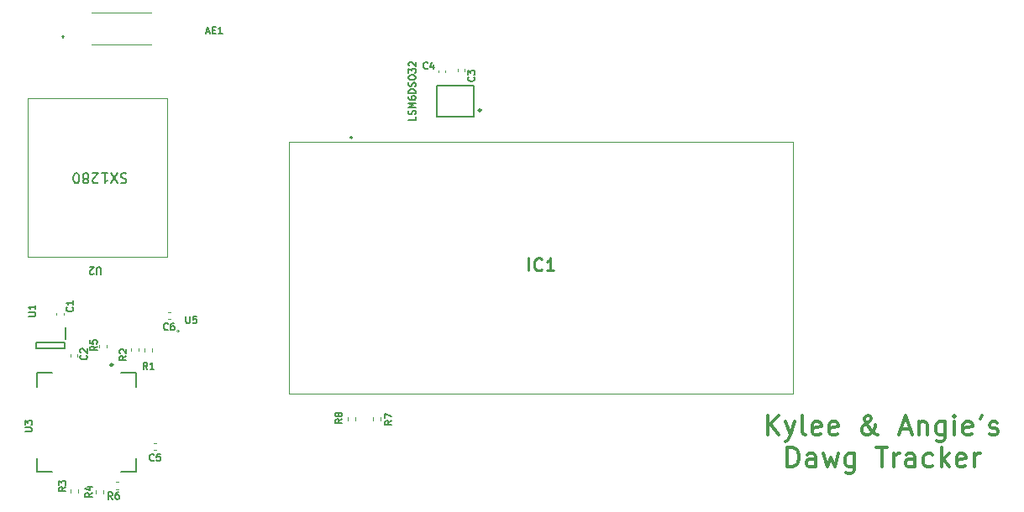
<source format=gbr>
%TF.GenerationSoftware,KiCad,Pcbnew,(6.0.1-0)*%
%TF.CreationDate,2022-02-25T20:48:14-08:00*%
%TF.ProjectId,Dog_Tracker,446f675f-5472-4616-936b-65722e6b6963,rev?*%
%TF.SameCoordinates,Original*%
%TF.FileFunction,Legend,Top*%
%TF.FilePolarity,Positive*%
%FSLAX46Y46*%
G04 Gerber Fmt 4.6, Leading zero omitted, Abs format (unit mm)*
G04 Created by KiCad (PCBNEW (6.0.1-0)) date 2022-02-25 20:48:14*
%MOMM*%
%LPD*%
G01*
G04 APERTURE LIST*
%ADD10C,0.300000*%
%ADD11C,0.150000*%
%ADD12C,0.254000*%
%ADD13C,0.120000*%
%ADD14C,0.250000*%
%ADD15C,0.200000*%
%ADD16C,0.100000*%
G04 APERTURE END LIST*
D10*
X123088571Y-120794761D02*
X123088571Y-118794761D01*
X124231428Y-120794761D02*
X123374285Y-119651904D01*
X124231428Y-118794761D02*
X123088571Y-119937619D01*
X124898095Y-119461428D02*
X125374285Y-120794761D01*
X125850476Y-119461428D02*
X125374285Y-120794761D01*
X125183809Y-121270952D01*
X125088571Y-121366190D01*
X124898095Y-121461428D01*
X126898095Y-120794761D02*
X126707619Y-120699523D01*
X126612380Y-120509047D01*
X126612380Y-118794761D01*
X128421904Y-120699523D02*
X128231428Y-120794761D01*
X127850476Y-120794761D01*
X127660000Y-120699523D01*
X127564761Y-120509047D01*
X127564761Y-119747142D01*
X127660000Y-119556666D01*
X127850476Y-119461428D01*
X128231428Y-119461428D01*
X128421904Y-119556666D01*
X128517142Y-119747142D01*
X128517142Y-119937619D01*
X127564761Y-120128095D01*
X130136190Y-120699523D02*
X129945714Y-120794761D01*
X129564761Y-120794761D01*
X129374285Y-120699523D01*
X129279047Y-120509047D01*
X129279047Y-119747142D01*
X129374285Y-119556666D01*
X129564761Y-119461428D01*
X129945714Y-119461428D01*
X130136190Y-119556666D01*
X130231428Y-119747142D01*
X130231428Y-119937619D01*
X129279047Y-120128095D01*
X134231428Y-120794761D02*
X134136190Y-120794761D01*
X133945714Y-120699523D01*
X133660000Y-120413809D01*
X133183809Y-119842380D01*
X132993333Y-119556666D01*
X132898095Y-119270952D01*
X132898095Y-119080476D01*
X132993333Y-118890000D01*
X133183809Y-118794761D01*
X133279047Y-118794761D01*
X133469523Y-118890000D01*
X133564761Y-119080476D01*
X133564761Y-119175714D01*
X133469523Y-119366190D01*
X133374285Y-119461428D01*
X132802857Y-119842380D01*
X132707619Y-119937619D01*
X132612380Y-120128095D01*
X132612380Y-120413809D01*
X132707619Y-120604285D01*
X132802857Y-120699523D01*
X132993333Y-120794761D01*
X133279047Y-120794761D01*
X133469523Y-120699523D01*
X133564761Y-120604285D01*
X133850476Y-120223333D01*
X133945714Y-119937619D01*
X133945714Y-119747142D01*
X136517142Y-120223333D02*
X137469523Y-120223333D01*
X136326666Y-120794761D02*
X136993333Y-118794761D01*
X137660000Y-120794761D01*
X138326666Y-119461428D02*
X138326666Y-120794761D01*
X138326666Y-119651904D02*
X138421904Y-119556666D01*
X138612380Y-119461428D01*
X138898095Y-119461428D01*
X139088571Y-119556666D01*
X139183809Y-119747142D01*
X139183809Y-120794761D01*
X140993333Y-119461428D02*
X140993333Y-121080476D01*
X140898095Y-121270952D01*
X140802857Y-121366190D01*
X140612380Y-121461428D01*
X140326666Y-121461428D01*
X140136190Y-121366190D01*
X140993333Y-120699523D02*
X140802857Y-120794761D01*
X140421904Y-120794761D01*
X140231428Y-120699523D01*
X140136190Y-120604285D01*
X140040952Y-120413809D01*
X140040952Y-119842380D01*
X140136190Y-119651904D01*
X140231428Y-119556666D01*
X140421904Y-119461428D01*
X140802857Y-119461428D01*
X140993333Y-119556666D01*
X141945714Y-120794761D02*
X141945714Y-119461428D01*
X141945714Y-118794761D02*
X141850476Y-118890000D01*
X141945714Y-118985238D01*
X142040952Y-118890000D01*
X141945714Y-118794761D01*
X141945714Y-118985238D01*
X143660000Y-120699523D02*
X143469523Y-120794761D01*
X143088571Y-120794761D01*
X142898095Y-120699523D01*
X142802857Y-120509047D01*
X142802857Y-119747142D01*
X142898095Y-119556666D01*
X143088571Y-119461428D01*
X143469523Y-119461428D01*
X143660000Y-119556666D01*
X143755238Y-119747142D01*
X143755238Y-119937619D01*
X142802857Y-120128095D01*
X144707619Y-118794761D02*
X144517142Y-119175714D01*
X145469523Y-120699523D02*
X145660000Y-120794761D01*
X146040952Y-120794761D01*
X146231428Y-120699523D01*
X146326666Y-120509047D01*
X146326666Y-120413809D01*
X146231428Y-120223333D01*
X146040952Y-120128095D01*
X145755238Y-120128095D01*
X145564761Y-120032857D01*
X145469523Y-119842380D01*
X145469523Y-119747142D01*
X145564761Y-119556666D01*
X145755238Y-119461428D01*
X146040952Y-119461428D01*
X146231428Y-119556666D01*
X125088571Y-124014761D02*
X125088571Y-122014761D01*
X125564761Y-122014761D01*
X125850476Y-122110000D01*
X126040952Y-122300476D01*
X126136190Y-122490952D01*
X126231428Y-122871904D01*
X126231428Y-123157619D01*
X126136190Y-123538571D01*
X126040952Y-123729047D01*
X125850476Y-123919523D01*
X125564761Y-124014761D01*
X125088571Y-124014761D01*
X127945714Y-124014761D02*
X127945714Y-122967142D01*
X127850476Y-122776666D01*
X127660000Y-122681428D01*
X127279047Y-122681428D01*
X127088571Y-122776666D01*
X127945714Y-123919523D02*
X127755238Y-124014761D01*
X127279047Y-124014761D01*
X127088571Y-123919523D01*
X126993333Y-123729047D01*
X126993333Y-123538571D01*
X127088571Y-123348095D01*
X127279047Y-123252857D01*
X127755238Y-123252857D01*
X127945714Y-123157619D01*
X128707619Y-122681428D02*
X129088571Y-124014761D01*
X129469523Y-123062380D01*
X129850476Y-124014761D01*
X130231428Y-122681428D01*
X131850476Y-122681428D02*
X131850476Y-124300476D01*
X131755238Y-124490952D01*
X131660000Y-124586190D01*
X131469523Y-124681428D01*
X131183809Y-124681428D01*
X130993333Y-124586190D01*
X131850476Y-123919523D02*
X131660000Y-124014761D01*
X131279047Y-124014761D01*
X131088571Y-123919523D01*
X130993333Y-123824285D01*
X130898095Y-123633809D01*
X130898095Y-123062380D01*
X130993333Y-122871904D01*
X131088571Y-122776666D01*
X131279047Y-122681428D01*
X131660000Y-122681428D01*
X131850476Y-122776666D01*
X134040952Y-122014761D02*
X135183809Y-122014761D01*
X134612380Y-124014761D02*
X134612380Y-122014761D01*
X135850476Y-124014761D02*
X135850476Y-122681428D01*
X135850476Y-123062380D02*
X135945714Y-122871904D01*
X136040952Y-122776666D01*
X136231428Y-122681428D01*
X136421904Y-122681428D01*
X137945714Y-124014761D02*
X137945714Y-122967142D01*
X137850476Y-122776666D01*
X137660000Y-122681428D01*
X137279047Y-122681428D01*
X137088571Y-122776666D01*
X137945714Y-123919523D02*
X137755238Y-124014761D01*
X137279047Y-124014761D01*
X137088571Y-123919523D01*
X136993333Y-123729047D01*
X136993333Y-123538571D01*
X137088571Y-123348095D01*
X137279047Y-123252857D01*
X137755238Y-123252857D01*
X137945714Y-123157619D01*
X139755238Y-123919523D02*
X139564761Y-124014761D01*
X139183809Y-124014761D01*
X138993333Y-123919523D01*
X138898095Y-123824285D01*
X138802857Y-123633809D01*
X138802857Y-123062380D01*
X138898095Y-122871904D01*
X138993333Y-122776666D01*
X139183809Y-122681428D01*
X139564761Y-122681428D01*
X139755238Y-122776666D01*
X140612380Y-124014761D02*
X140612380Y-122014761D01*
X140802857Y-123252857D02*
X141374285Y-124014761D01*
X141374285Y-122681428D02*
X140612380Y-123443333D01*
X142993333Y-123919523D02*
X142802857Y-124014761D01*
X142421904Y-124014761D01*
X142231428Y-123919523D01*
X142136190Y-123729047D01*
X142136190Y-122967142D01*
X142231428Y-122776666D01*
X142421904Y-122681428D01*
X142802857Y-122681428D01*
X142993333Y-122776666D01*
X143088571Y-122967142D01*
X143088571Y-123157619D01*
X142136190Y-123348095D01*
X143945714Y-124014761D02*
X143945714Y-122681428D01*
X143945714Y-123062380D02*
X144040952Y-122871904D01*
X144136190Y-122776666D01*
X144326666Y-122681428D01*
X144517142Y-122681428D01*
D11*
%TO.C,U2*%
X55883333Y-104583333D02*
X55883333Y-104016666D01*
X55850000Y-103950000D01*
X55816666Y-103916666D01*
X55750000Y-103883333D01*
X55616666Y-103883333D01*
X55550000Y-103916666D01*
X55516666Y-103950000D01*
X55483333Y-104016666D01*
X55483333Y-104583333D01*
X55183333Y-104516666D02*
X55150000Y-104550000D01*
X55083333Y-104583333D01*
X54916666Y-104583333D01*
X54850000Y-104550000D01*
X54816666Y-104516666D01*
X54783333Y-104450000D01*
X54783333Y-104383333D01*
X54816666Y-104283333D01*
X55216666Y-103883333D01*
X54783333Y-103883333D01*
X58470666Y-94445238D02*
X58327809Y-94397619D01*
X58089714Y-94397619D01*
X57994476Y-94445238D01*
X57946857Y-94492857D01*
X57899238Y-94588095D01*
X57899238Y-94683333D01*
X57946857Y-94778571D01*
X57994476Y-94826190D01*
X58089714Y-94873809D01*
X58280190Y-94921428D01*
X58375428Y-94969047D01*
X58423047Y-95016666D01*
X58470666Y-95111904D01*
X58470666Y-95207142D01*
X58423047Y-95302380D01*
X58375428Y-95350000D01*
X58280190Y-95397619D01*
X58042095Y-95397619D01*
X57899238Y-95350000D01*
X57565904Y-95397619D02*
X56899238Y-94397619D01*
X56899238Y-95397619D02*
X57565904Y-94397619D01*
X55994476Y-94397619D02*
X56565904Y-94397619D01*
X56280190Y-94397619D02*
X56280190Y-95397619D01*
X56375428Y-95254761D01*
X56470666Y-95159523D01*
X56565904Y-95111904D01*
X55613523Y-95302380D02*
X55565904Y-95350000D01*
X55470666Y-95397619D01*
X55232571Y-95397619D01*
X55137333Y-95350000D01*
X55089714Y-95302380D01*
X55042095Y-95207142D01*
X55042095Y-95111904D01*
X55089714Y-94969047D01*
X55661142Y-94397619D01*
X55042095Y-94397619D01*
X54470666Y-94969047D02*
X54565904Y-95016666D01*
X54613523Y-95064285D01*
X54661142Y-95159523D01*
X54661142Y-95207142D01*
X54613523Y-95302380D01*
X54565904Y-95350000D01*
X54470666Y-95397619D01*
X54280190Y-95397619D01*
X54184952Y-95350000D01*
X54137333Y-95302380D01*
X54089714Y-95207142D01*
X54089714Y-95159523D01*
X54137333Y-95064285D01*
X54184952Y-95016666D01*
X54280190Y-94969047D01*
X54470666Y-94969047D01*
X54565904Y-94921428D01*
X54613523Y-94873809D01*
X54661142Y-94778571D01*
X54661142Y-94588095D01*
X54613523Y-94492857D01*
X54565904Y-94445238D01*
X54470666Y-94397619D01*
X54280190Y-94397619D01*
X54184952Y-94445238D01*
X54137333Y-94492857D01*
X54089714Y-94588095D01*
X54089714Y-94778571D01*
X54137333Y-94873809D01*
X54184952Y-94921428D01*
X54280190Y-94969047D01*
X53470666Y-95397619D02*
X53375428Y-95397619D01*
X53280190Y-95350000D01*
X53232571Y-95302380D01*
X53184952Y-95207142D01*
X53137333Y-95016666D01*
X53137333Y-94778571D01*
X53184952Y-94588095D01*
X53232571Y-94492857D01*
X53280190Y-94445238D01*
X53375428Y-94397619D01*
X53470666Y-94397619D01*
X53565904Y-94445238D01*
X53613523Y-94492857D01*
X53661142Y-94588095D01*
X53708761Y-94778571D01*
X53708761Y-95016666D01*
X53661142Y-95207142D01*
X53613523Y-95302380D01*
X53565904Y-95350000D01*
X53470666Y-95397619D01*
%TO.C,R7*%
X85216666Y-119356666D02*
X84883333Y-119590000D01*
X85216666Y-119756666D02*
X84516666Y-119756666D01*
X84516666Y-119490000D01*
X84550000Y-119423333D01*
X84583333Y-119390000D01*
X84650000Y-119356666D01*
X84750000Y-119356666D01*
X84816666Y-119390000D01*
X84850000Y-119423333D01*
X84883333Y-119490000D01*
X84883333Y-119756666D01*
X84516666Y-119123333D02*
X84516666Y-118656666D01*
X85216666Y-118956666D01*
%TO.C,R8*%
X80216666Y-119206666D02*
X79883333Y-119440000D01*
X80216666Y-119606666D02*
X79516666Y-119606666D01*
X79516666Y-119340000D01*
X79550000Y-119273333D01*
X79583333Y-119240000D01*
X79650000Y-119206666D01*
X79750000Y-119206666D01*
X79816666Y-119240000D01*
X79850000Y-119273333D01*
X79883333Y-119340000D01*
X79883333Y-119606666D01*
X79816666Y-118806666D02*
X79783333Y-118873333D01*
X79750000Y-118906666D01*
X79683333Y-118940000D01*
X79650000Y-118940000D01*
X79583333Y-118906666D01*
X79550000Y-118873333D01*
X79516666Y-118806666D01*
X79516666Y-118673333D01*
X79550000Y-118606666D01*
X79583333Y-118573333D01*
X79650000Y-118540000D01*
X79683333Y-118540000D01*
X79750000Y-118573333D01*
X79783333Y-118606666D01*
X79816666Y-118673333D01*
X79816666Y-118806666D01*
X79850000Y-118873333D01*
X79883333Y-118906666D01*
X79950000Y-118940000D01*
X80083333Y-118940000D01*
X80150000Y-118906666D01*
X80183333Y-118873333D01*
X80216666Y-118806666D01*
X80216666Y-118673333D01*
X80183333Y-118606666D01*
X80150000Y-118573333D01*
X80083333Y-118540000D01*
X79950000Y-118540000D01*
X79883333Y-118573333D01*
X79850000Y-118606666D01*
X79816666Y-118673333D01*
%TO.C,R2*%
X58466666Y-112816666D02*
X58133333Y-113050000D01*
X58466666Y-113216666D02*
X57766666Y-113216666D01*
X57766666Y-112950000D01*
X57800000Y-112883333D01*
X57833333Y-112850000D01*
X57900000Y-112816666D01*
X58000000Y-112816666D01*
X58066666Y-112850000D01*
X58100000Y-112883333D01*
X58133333Y-112950000D01*
X58133333Y-113216666D01*
X57833333Y-112550000D02*
X57800000Y-112516666D01*
X57766666Y-112450000D01*
X57766666Y-112283333D01*
X57800000Y-112216666D01*
X57833333Y-112183333D01*
X57900000Y-112150000D01*
X57966666Y-112150000D01*
X58066666Y-112183333D01*
X58466666Y-112583333D01*
X58466666Y-112150000D01*
%TO.C,U3*%
X48266666Y-120435833D02*
X48833333Y-120435833D01*
X48900000Y-120402500D01*
X48933333Y-120369166D01*
X48966666Y-120302500D01*
X48966666Y-120169166D01*
X48933333Y-120102500D01*
X48900000Y-120069166D01*
X48833333Y-120035833D01*
X48266666Y-120035833D01*
X48266666Y-119769166D02*
X48266666Y-119335833D01*
X48533333Y-119569166D01*
X48533333Y-119469166D01*
X48566666Y-119402500D01*
X48600000Y-119369166D01*
X48666666Y-119335833D01*
X48833333Y-119335833D01*
X48900000Y-119369166D01*
X48933333Y-119402500D01*
X48966666Y-119469166D01*
X48966666Y-119669166D01*
X48933333Y-119735833D01*
X48900000Y-119769166D01*
%TO.C,R1*%
X60583333Y-114166666D02*
X60350000Y-113833333D01*
X60183333Y-114166666D02*
X60183333Y-113466666D01*
X60450000Y-113466666D01*
X60516666Y-113500000D01*
X60550000Y-113533333D01*
X60583333Y-113600000D01*
X60583333Y-113700000D01*
X60550000Y-113766666D01*
X60516666Y-113800000D01*
X60450000Y-113833333D01*
X60183333Y-113833333D01*
X61250000Y-114166666D02*
X60850000Y-114166666D01*
X61050000Y-114166666D02*
X61050000Y-113466666D01*
X60983333Y-113566666D01*
X60916666Y-113633333D01*
X60850000Y-113666666D01*
%TO.C,AE1*%
X66513333Y-80136666D02*
X66846666Y-80136666D01*
X66446666Y-80336666D02*
X66680000Y-79636666D01*
X66913333Y-80336666D01*
X67146666Y-79970000D02*
X67380000Y-79970000D01*
X67480000Y-80336666D02*
X67146666Y-80336666D01*
X67146666Y-79636666D01*
X67480000Y-79636666D01*
X68146666Y-80336666D02*
X67746666Y-80336666D01*
X67946666Y-80336666D02*
X67946666Y-79636666D01*
X67880000Y-79736666D01*
X67813333Y-79803333D01*
X67746666Y-79836666D01*
%TO.C,R4*%
X55016666Y-126633666D02*
X54683333Y-126867000D01*
X55016666Y-127033666D02*
X54316666Y-127033666D01*
X54316666Y-126767000D01*
X54350000Y-126700333D01*
X54383333Y-126667000D01*
X54450000Y-126633666D01*
X54550000Y-126633666D01*
X54616666Y-126667000D01*
X54650000Y-126700333D01*
X54683333Y-126767000D01*
X54683333Y-127033666D01*
X54550000Y-126033666D02*
X55016666Y-126033666D01*
X54283333Y-126200333D02*
X54783333Y-126367000D01*
X54783333Y-125933666D01*
%TO.C,R3*%
X52366666Y-126066666D02*
X52033333Y-126300000D01*
X52366666Y-126466666D02*
X51666666Y-126466666D01*
X51666666Y-126200000D01*
X51700000Y-126133333D01*
X51733333Y-126100000D01*
X51800000Y-126066666D01*
X51900000Y-126066666D01*
X51966666Y-126100000D01*
X52000000Y-126133333D01*
X52033333Y-126200000D01*
X52033333Y-126466666D01*
X51666666Y-125833333D02*
X51666666Y-125400000D01*
X51933333Y-125633333D01*
X51933333Y-125533333D01*
X51966666Y-125466666D01*
X52000000Y-125433333D01*
X52066666Y-125400000D01*
X52233333Y-125400000D01*
X52300000Y-125433333D01*
X52333333Y-125466666D01*
X52366666Y-125533333D01*
X52366666Y-125733333D01*
X52333333Y-125800000D01*
X52300000Y-125833333D01*
%TO.C,R5*%
X55516666Y-111866666D02*
X55183333Y-112100000D01*
X55516666Y-112266666D02*
X54816666Y-112266666D01*
X54816666Y-112000000D01*
X54850000Y-111933333D01*
X54883333Y-111900000D01*
X54950000Y-111866666D01*
X55050000Y-111866666D01*
X55116666Y-111900000D01*
X55150000Y-111933333D01*
X55183333Y-112000000D01*
X55183333Y-112266666D01*
X54816666Y-111233333D02*
X54816666Y-111566666D01*
X55150000Y-111600000D01*
X55116666Y-111566666D01*
X55083333Y-111500000D01*
X55083333Y-111333333D01*
X55116666Y-111266666D01*
X55150000Y-111233333D01*
X55216666Y-111200000D01*
X55383333Y-111200000D01*
X55450000Y-111233333D01*
X55483333Y-111266666D01*
X55516666Y-111333333D01*
X55516666Y-111500000D01*
X55483333Y-111566666D01*
X55450000Y-111600000D01*
%TO.C,C4*%
X88845833Y-83825000D02*
X88812500Y-83858333D01*
X88712500Y-83891666D01*
X88645833Y-83891666D01*
X88545833Y-83858333D01*
X88479166Y-83791666D01*
X88445833Y-83725000D01*
X88412500Y-83591666D01*
X88412500Y-83491666D01*
X88445833Y-83358333D01*
X88479166Y-83291666D01*
X88545833Y-83225000D01*
X88645833Y-83191666D01*
X88712500Y-83191666D01*
X88812500Y-83225000D01*
X88845833Y-83258333D01*
X89445833Y-83425000D02*
X89445833Y-83891666D01*
X89279166Y-83158333D02*
X89112500Y-83658333D01*
X89545833Y-83658333D01*
%TO.C,C3*%
X93512500Y-84691666D02*
X93545833Y-84725000D01*
X93579166Y-84825000D01*
X93579166Y-84891666D01*
X93545833Y-84991666D01*
X93479166Y-85058333D01*
X93412500Y-85091666D01*
X93279166Y-85125000D01*
X93179166Y-85125000D01*
X93045833Y-85091666D01*
X92979166Y-85058333D01*
X92912500Y-84991666D01*
X92879166Y-84891666D01*
X92879166Y-84825000D01*
X92912500Y-84725000D01*
X92945833Y-84691666D01*
X92879166Y-84458333D02*
X92879166Y-84025000D01*
X93145833Y-84258333D01*
X93145833Y-84158333D01*
X93179166Y-84091666D01*
X93212500Y-84058333D01*
X93279166Y-84025000D01*
X93445833Y-84025000D01*
X93512500Y-84058333D01*
X93545833Y-84091666D01*
X93579166Y-84158333D01*
X93579166Y-84358333D01*
X93545833Y-84425000D01*
X93512500Y-84458333D01*
%TO.C,C1*%
X53050000Y-107916666D02*
X53083333Y-107950000D01*
X53116666Y-108050000D01*
X53116666Y-108116666D01*
X53083333Y-108216666D01*
X53016666Y-108283333D01*
X52950000Y-108316666D01*
X52816666Y-108350000D01*
X52716666Y-108350000D01*
X52583333Y-108316666D01*
X52516666Y-108283333D01*
X52450000Y-108216666D01*
X52416666Y-108116666D01*
X52416666Y-108050000D01*
X52450000Y-107950000D01*
X52483333Y-107916666D01*
X53116666Y-107250000D02*
X53116666Y-107650000D01*
X53116666Y-107450000D02*
X52416666Y-107450000D01*
X52516666Y-107516666D01*
X52583333Y-107583333D01*
X52616666Y-107650000D01*
D12*
%TO.C,IC1*%
X99010238Y-104224523D02*
X99010238Y-102954523D01*
X100340714Y-104103571D02*
X100280238Y-104164047D01*
X100098809Y-104224523D01*
X99977857Y-104224523D01*
X99796428Y-104164047D01*
X99675476Y-104043095D01*
X99615000Y-103922142D01*
X99554523Y-103680238D01*
X99554523Y-103498809D01*
X99615000Y-103256904D01*
X99675476Y-103135952D01*
X99796428Y-103015000D01*
X99977857Y-102954523D01*
X100098809Y-102954523D01*
X100280238Y-103015000D01*
X100340714Y-103075476D01*
X101550238Y-104224523D02*
X100824523Y-104224523D01*
X101187380Y-104224523D02*
X101187380Y-102954523D01*
X101066428Y-103135952D01*
X100945476Y-103256904D01*
X100824523Y-103317380D01*
D11*
%TO.C,U5*%
X64466666Y-108822266D02*
X64466666Y-109388933D01*
X64500000Y-109455600D01*
X64533333Y-109488933D01*
X64600000Y-109522266D01*
X64733333Y-109522266D01*
X64800000Y-109488933D01*
X64833333Y-109455600D01*
X64866666Y-109388933D01*
X64866666Y-108822266D01*
X65533333Y-108822266D02*
X65200000Y-108822266D01*
X65166666Y-109155600D01*
X65200000Y-109122266D01*
X65266666Y-109088933D01*
X65433333Y-109088933D01*
X65500000Y-109122266D01*
X65533333Y-109155600D01*
X65566666Y-109222266D01*
X65566666Y-109388933D01*
X65533333Y-109455600D01*
X65500000Y-109488933D01*
X65433333Y-109522266D01*
X65266666Y-109522266D01*
X65200000Y-109488933D01*
X65166666Y-109455600D01*
%TO.C,U6*%
X87616666Y-88666666D02*
X87616666Y-89000000D01*
X86916666Y-89000000D01*
X87583333Y-88466666D02*
X87616666Y-88366666D01*
X87616666Y-88200000D01*
X87583333Y-88133333D01*
X87550000Y-88100000D01*
X87483333Y-88066666D01*
X87416666Y-88066666D01*
X87350000Y-88100000D01*
X87316666Y-88133333D01*
X87283333Y-88200000D01*
X87250000Y-88333333D01*
X87216666Y-88400000D01*
X87183333Y-88433333D01*
X87116666Y-88466666D01*
X87050000Y-88466666D01*
X86983333Y-88433333D01*
X86950000Y-88400000D01*
X86916666Y-88333333D01*
X86916666Y-88166666D01*
X86950000Y-88066666D01*
X87616666Y-87766666D02*
X86916666Y-87766666D01*
X87416666Y-87533333D01*
X86916666Y-87300000D01*
X87616666Y-87300000D01*
X86916666Y-86666666D02*
X86916666Y-86800000D01*
X86950000Y-86866666D01*
X86983333Y-86900000D01*
X87083333Y-86966666D01*
X87216666Y-87000000D01*
X87483333Y-87000000D01*
X87550000Y-86966666D01*
X87583333Y-86933333D01*
X87616666Y-86866666D01*
X87616666Y-86733333D01*
X87583333Y-86666666D01*
X87550000Y-86633333D01*
X87483333Y-86600000D01*
X87316666Y-86600000D01*
X87250000Y-86633333D01*
X87216666Y-86666666D01*
X87183333Y-86733333D01*
X87183333Y-86866666D01*
X87216666Y-86933333D01*
X87250000Y-86966666D01*
X87316666Y-87000000D01*
X87616666Y-86300000D02*
X86916666Y-86300000D01*
X86916666Y-86133333D01*
X86950000Y-86033333D01*
X87016666Y-85966666D01*
X87083333Y-85933333D01*
X87216666Y-85900000D01*
X87316666Y-85900000D01*
X87450000Y-85933333D01*
X87516666Y-85966666D01*
X87583333Y-86033333D01*
X87616666Y-86133333D01*
X87616666Y-86300000D01*
X87583333Y-85633333D02*
X87616666Y-85533333D01*
X87616666Y-85366666D01*
X87583333Y-85300000D01*
X87550000Y-85266666D01*
X87483333Y-85233333D01*
X87416666Y-85233333D01*
X87350000Y-85266666D01*
X87316666Y-85300000D01*
X87283333Y-85366666D01*
X87250000Y-85500000D01*
X87216666Y-85566666D01*
X87183333Y-85600000D01*
X87116666Y-85633333D01*
X87050000Y-85633333D01*
X86983333Y-85600000D01*
X86950000Y-85566666D01*
X86916666Y-85500000D01*
X86916666Y-85333333D01*
X86950000Y-85233333D01*
X86916666Y-84800000D02*
X86916666Y-84666666D01*
X86950000Y-84600000D01*
X87016666Y-84533333D01*
X87150000Y-84500000D01*
X87383333Y-84500000D01*
X87516666Y-84533333D01*
X87583333Y-84600000D01*
X87616666Y-84666666D01*
X87616666Y-84800000D01*
X87583333Y-84866666D01*
X87516666Y-84933333D01*
X87383333Y-84966666D01*
X87150000Y-84966666D01*
X87016666Y-84933333D01*
X86950000Y-84866666D01*
X86916666Y-84800000D01*
X86916666Y-84266666D02*
X86916666Y-83833333D01*
X87183333Y-84066666D01*
X87183333Y-83966666D01*
X87216666Y-83900000D01*
X87250000Y-83866666D01*
X87316666Y-83833333D01*
X87483333Y-83833333D01*
X87550000Y-83866666D01*
X87583333Y-83900000D01*
X87616666Y-83966666D01*
X87616666Y-84166666D01*
X87583333Y-84233333D01*
X87550000Y-84266666D01*
X86983333Y-83566666D02*
X86950000Y-83533333D01*
X86916666Y-83466666D01*
X86916666Y-83300000D01*
X86950000Y-83233333D01*
X86983333Y-83200000D01*
X87050000Y-83166666D01*
X87116666Y-83166666D01*
X87216666Y-83200000D01*
X87616666Y-83600000D01*
X87616666Y-83166666D01*
%TO.C,C2*%
X54450000Y-112766666D02*
X54483333Y-112800000D01*
X54516666Y-112900000D01*
X54516666Y-112966666D01*
X54483333Y-113066666D01*
X54416666Y-113133333D01*
X54350000Y-113166666D01*
X54216666Y-113200000D01*
X54116666Y-113200000D01*
X53983333Y-113166666D01*
X53916666Y-113133333D01*
X53850000Y-113066666D01*
X53816666Y-112966666D01*
X53816666Y-112900000D01*
X53850000Y-112800000D01*
X53883333Y-112766666D01*
X53883333Y-112500000D02*
X53850000Y-112466666D01*
X53816666Y-112400000D01*
X53816666Y-112233333D01*
X53850000Y-112166666D01*
X53883333Y-112133333D01*
X53950000Y-112100000D01*
X54016666Y-112100000D01*
X54116666Y-112133333D01*
X54516666Y-112533333D01*
X54516666Y-112100000D01*
%TO.C,R6*%
X57083333Y-127266666D02*
X56850000Y-126933333D01*
X56683333Y-127266666D02*
X56683333Y-126566666D01*
X56950000Y-126566666D01*
X57016666Y-126600000D01*
X57050000Y-126633333D01*
X57083333Y-126700000D01*
X57083333Y-126800000D01*
X57050000Y-126866666D01*
X57016666Y-126900000D01*
X56950000Y-126933333D01*
X56683333Y-126933333D01*
X57683333Y-126566666D02*
X57550000Y-126566666D01*
X57483333Y-126600000D01*
X57450000Y-126633333D01*
X57383333Y-126733333D01*
X57350000Y-126866666D01*
X57350000Y-127133333D01*
X57383333Y-127200000D01*
X57416666Y-127233333D01*
X57483333Y-127266666D01*
X57616666Y-127266666D01*
X57683333Y-127233333D01*
X57716666Y-127200000D01*
X57750000Y-127133333D01*
X57750000Y-126966666D01*
X57716666Y-126900000D01*
X57683333Y-126866666D01*
X57616666Y-126833333D01*
X57483333Y-126833333D01*
X57416666Y-126866666D01*
X57383333Y-126900000D01*
X57350000Y-126966666D01*
%TO.C,C6*%
X62661833Y-110160000D02*
X62628500Y-110193333D01*
X62528500Y-110226666D01*
X62461833Y-110226666D01*
X62361833Y-110193333D01*
X62295166Y-110126666D01*
X62261833Y-110060000D01*
X62228500Y-109926666D01*
X62228500Y-109826666D01*
X62261833Y-109693333D01*
X62295166Y-109626666D01*
X62361833Y-109560000D01*
X62461833Y-109526666D01*
X62528500Y-109526666D01*
X62628500Y-109560000D01*
X62661833Y-109593333D01*
X63261833Y-109526666D02*
X63128500Y-109526666D01*
X63061833Y-109560000D01*
X63028500Y-109593333D01*
X62961833Y-109693333D01*
X62928500Y-109826666D01*
X62928500Y-110093333D01*
X62961833Y-110160000D01*
X62995166Y-110193333D01*
X63061833Y-110226666D01*
X63195166Y-110226666D01*
X63261833Y-110193333D01*
X63295166Y-110160000D01*
X63328500Y-110093333D01*
X63328500Y-109926666D01*
X63295166Y-109860000D01*
X63261833Y-109826666D01*
X63195166Y-109793333D01*
X63061833Y-109793333D01*
X62995166Y-109826666D01*
X62961833Y-109860000D01*
X62928500Y-109926666D01*
%TO.C,U1*%
X48616665Y-108810333D02*
X49183332Y-108810333D01*
X49249999Y-108777000D01*
X49283332Y-108743666D01*
X49316665Y-108677000D01*
X49316665Y-108543666D01*
X49283332Y-108477000D01*
X49249999Y-108443666D01*
X49183332Y-108410333D01*
X48616665Y-108410333D01*
X49316665Y-107710333D02*
X49316665Y-108110333D01*
X49316665Y-107910333D02*
X48616665Y-107910333D01*
X48716665Y-107977000D01*
X48783332Y-108043666D01*
X48816665Y-108110333D01*
%TO.C,C5*%
X61233333Y-123350000D02*
X61200000Y-123383333D01*
X61100000Y-123416666D01*
X61033333Y-123416666D01*
X60933333Y-123383333D01*
X60866666Y-123316666D01*
X60833333Y-123250000D01*
X60800000Y-123116666D01*
X60800000Y-123016666D01*
X60833333Y-122883333D01*
X60866666Y-122816666D01*
X60933333Y-122750000D01*
X61033333Y-122716666D01*
X61100000Y-122716666D01*
X61200000Y-122750000D01*
X61233333Y-122783333D01*
X61866666Y-122716666D02*
X61533333Y-122716666D01*
X61500000Y-123050000D01*
X61533333Y-123016666D01*
X61600000Y-122983333D01*
X61766666Y-122983333D01*
X61833333Y-123016666D01*
X61866666Y-123050000D01*
X61900000Y-123116666D01*
X61900000Y-123283333D01*
X61866666Y-123350000D01*
X61833333Y-123383333D01*
X61766666Y-123416666D01*
X61600000Y-123416666D01*
X61533333Y-123383333D01*
X61500000Y-123350000D01*
D13*
%TO.C,U2*%
X62550000Y-102850000D02*
X48550000Y-102850000D01*
X48550000Y-102850000D02*
X48550000Y-86850000D01*
X48550000Y-86850000D02*
X62550000Y-86850000D01*
X62550000Y-86850000D02*
X62550000Y-102850000D01*
%TO.C,R7*%
X84080000Y-119046359D02*
X84080000Y-119353641D01*
X83320000Y-119046359D02*
X83320000Y-119353641D01*
%TO.C,R8*%
X81530000Y-118996359D02*
X81530000Y-119303641D01*
X80770000Y-118996359D02*
X80770000Y-119303641D01*
%TO.C,R2*%
X59680000Y-112353641D02*
X59680000Y-112046359D01*
X58920000Y-112353641D02*
X58920000Y-112046359D01*
D11*
%TO.C,U3*%
X49449999Y-124527000D02*
X50949999Y-124527000D01*
X59449999Y-124527000D02*
X57949999Y-124527000D01*
X59449999Y-114527000D02*
X59449999Y-115927000D01*
X59449999Y-114527000D02*
X57949999Y-114527000D01*
X49449999Y-114527000D02*
X49449999Y-115927000D01*
X49449999Y-114527000D02*
X50949999Y-114527000D01*
X49449999Y-124527000D02*
X49449999Y-123127000D01*
X59449999Y-124527000D02*
X59449999Y-123127000D01*
D14*
X57114999Y-113727001D02*
G75*
G03*
X57114999Y-113727001I-125000J0D01*
G01*
D13*
%TO.C,R1*%
X61030000Y-112056359D02*
X61030000Y-112363641D01*
X60270000Y-112056359D02*
X60270000Y-112363641D01*
D15*
%TO.C,AE1*%
X52080000Y-80520000D02*
X52080000Y-80520000D01*
X52080000Y-80720000D02*
X52080000Y-80720000D01*
D16*
X60980000Y-81420000D02*
X54980000Y-81420000D01*
X60980000Y-78220000D02*
X54980000Y-78220000D01*
D15*
X52080000Y-80520000D02*
G75*
G03*
X52080000Y-80720000I0J-100000D01*
G01*
X52080000Y-80720000D02*
G75*
G03*
X52080000Y-80520000I0J100000D01*
G01*
D13*
%TO.C,R4*%
X55369999Y-126363359D02*
X55369999Y-126670641D01*
X56129999Y-126363359D02*
X56129999Y-126670641D01*
%TO.C,R3*%
X53629999Y-126323359D02*
X53629999Y-126630641D01*
X52869999Y-126323359D02*
X52869999Y-126630641D01*
%TO.C,R5*%
X55720000Y-112013641D02*
X55720000Y-111706359D01*
X56480000Y-112013641D02*
X56480000Y-111706359D01*
%TO.C,C4*%
X89902500Y-84232836D02*
X89902500Y-84017164D01*
X90622500Y-84232836D02*
X90622500Y-84017164D01*
%TO.C,C3*%
X92572500Y-84102836D02*
X92572500Y-83887164D01*
X91852500Y-84102836D02*
X91852500Y-83887164D01*
%TO.C,C1*%
X51440000Y-108687836D02*
X51440000Y-108472164D01*
X52160000Y-108687836D02*
X52160000Y-108472164D01*
D16*
%TO.C,IC1*%
X74850000Y-91200000D02*
X125650000Y-91200000D01*
X125650000Y-91200000D02*
X125650000Y-116600000D01*
X74850000Y-116600000D02*
X74850000Y-91200000D01*
D15*
X81250000Y-90800000D02*
X81250000Y-90800000D01*
X81050000Y-90800000D02*
X81050000Y-90800000D01*
D16*
X125650000Y-116600000D02*
X74850000Y-116600000D01*
D15*
X81050000Y-90800000D02*
G75*
G03*
X81250000Y-90800000I100000J0D01*
G01*
X81250000Y-90800000D02*
G75*
G03*
X81050000Y-90800000I-100000J0D01*
G01*
D13*
%TO.C,U5*%
X63672800Y-110297600D02*
G75*
G03*
X63672800Y-110297600I0J0D01*
G01*
X63799800Y-110297600D02*
G75*
G03*
X63799800Y-110297600I-127000J0D01*
G01*
D11*
%TO.C,U6*%
X93487500Y-88725000D02*
X89787500Y-88725000D01*
X89787500Y-85525000D02*
X93487500Y-85525000D01*
X93487500Y-85525000D02*
X93487500Y-88725000D01*
X89787500Y-88725000D02*
X89787500Y-85525000D01*
D14*
X94212500Y-88050000D02*
G75*
G03*
X94212500Y-88050000I-125000J0D01*
G01*
D13*
%TO.C,C2*%
X52840000Y-112877836D02*
X52840000Y-112662164D01*
X53560000Y-112877836D02*
X53560000Y-112662164D01*
%TO.C,R6*%
X57406359Y-125520000D02*
X57713641Y-125520000D01*
X57406359Y-126280000D02*
X57713641Y-126280000D01*
%TO.C,C6*%
X62886336Y-109110000D02*
X62670664Y-109110000D01*
X62886336Y-108390000D02*
X62670664Y-108390000D01*
D15*
%TO.C,U1*%
X52249999Y-111452000D02*
X52249999Y-112102000D01*
X52299999Y-109952000D02*
X52299999Y-111102000D01*
X49349999Y-111452000D02*
X52249999Y-111452000D01*
X52249999Y-112102000D02*
X49349999Y-112102000D01*
X49349999Y-112102000D02*
X49349999Y-111452000D01*
D13*
%TO.C,C5*%
X61242164Y-121590000D02*
X61457836Y-121590000D01*
X61242164Y-122310000D02*
X61457836Y-122310000D01*
%TD*%
M02*

</source>
